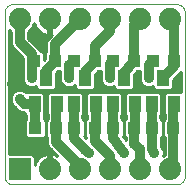
<source format=gtl>
G75*
%MOIN*%
%OFA0B0*%
%FSLAX24Y24*%
%IPPOS*%
%LPD*%
%AMOC8*
5,1,8,0,0,1.08239X$1,22.5*
%
%ADD10C,0.0010*%
%ADD11R,0.0394X0.0551*%
%ADD12R,0.0433X0.0394*%
%ADD13R,0.0740X0.0740*%
%ADD14C,0.0740*%
%ADD15C,0.0320*%
%ADD16C,0.0350*%
%ADD17C,0.0100*%
D10*
X000245Y000400D02*
X000245Y005900D01*
X000247Y005930D01*
X000252Y005960D01*
X000261Y005989D01*
X000274Y006016D01*
X000289Y006042D01*
X000308Y006066D01*
X000329Y006087D01*
X000353Y006106D01*
X000379Y006121D01*
X000406Y006134D01*
X000435Y006143D01*
X000465Y006148D01*
X000495Y006150D01*
X005995Y006150D01*
X006025Y006148D01*
X006055Y006143D01*
X006084Y006134D01*
X006111Y006121D01*
X006137Y006106D01*
X006161Y006087D01*
X006182Y006066D01*
X006201Y006042D01*
X006216Y006016D01*
X006229Y005989D01*
X006238Y005960D01*
X006243Y005930D01*
X006245Y005900D01*
X006245Y000400D01*
X006243Y000370D01*
X006238Y000340D01*
X006229Y000311D01*
X006216Y000284D01*
X006201Y000258D01*
X006182Y000234D01*
X006161Y000213D01*
X006137Y000194D01*
X006111Y000179D01*
X006084Y000166D01*
X006055Y000157D01*
X006025Y000152D01*
X005995Y000150D01*
X000495Y000150D01*
X000465Y000152D01*
X000435Y000157D01*
X000406Y000166D01*
X000379Y000179D01*
X000353Y000194D01*
X000329Y000213D01*
X000308Y000234D01*
X000289Y000258D01*
X000274Y000284D01*
X000261Y000311D01*
X000252Y000340D01*
X000247Y000370D01*
X000245Y000400D01*
D11*
X001241Y002837D03*
X001989Y002837D03*
X002541Y002837D03*
X003289Y002837D03*
X003841Y002837D03*
X004589Y002837D03*
X005141Y002837D03*
X005889Y002837D03*
X005515Y003703D03*
X004215Y003703D03*
X002915Y003703D03*
X001615Y003703D03*
D12*
X001919Y004270D03*
X002541Y004270D03*
X003249Y004270D03*
X003841Y004270D03*
X004549Y004270D03*
X005191Y004270D03*
X005899Y004270D03*
X005869Y002020D03*
X005161Y002020D03*
X004569Y002020D03*
X003861Y002020D03*
X003269Y002020D03*
X002561Y002020D03*
X001969Y002020D03*
X001261Y002020D03*
X001211Y004270D03*
D13*
X000745Y000650D03*
D14*
X001745Y000650D03*
X002745Y000650D03*
X003745Y000650D03*
X004745Y000650D03*
X005745Y000650D03*
X005745Y005650D03*
X004745Y005650D03*
X003745Y005650D03*
X002745Y005650D03*
X001745Y005650D03*
X000745Y005650D03*
D15*
X000745Y004886D01*
X001145Y004486D01*
X001145Y004204D01*
X001145Y003700D01*
X001615Y003703D02*
X001615Y003916D01*
X001919Y004270D01*
X001919Y004824D01*
X002745Y005650D01*
X003249Y004754D02*
X003745Y005250D01*
X003745Y005650D01*
X004549Y005454D02*
X004745Y005650D01*
X004549Y005454D02*
X004549Y004270D01*
X004195Y003836D01*
X004215Y003703D01*
X003745Y003700D02*
X003745Y004174D01*
X003841Y004270D01*
X003249Y004270D02*
X003249Y004754D01*
X003249Y004270D02*
X002925Y003886D01*
X002915Y003703D01*
X002385Y003700D02*
X002385Y004114D01*
X002541Y004270D01*
X001211Y004270D02*
X001145Y004204D01*
X000745Y003000D02*
X000882Y002837D01*
X001241Y002837D01*
X001261Y002817D01*
X001261Y002020D01*
X001241Y002040D01*
X001945Y001996D02*
X001945Y001570D01*
X002745Y000770D01*
X002745Y000650D01*
X003045Y001200D02*
X002955Y001270D01*
X002561Y001694D01*
X002561Y002020D01*
X002541Y002040D01*
X002541Y002837D01*
X001989Y002837D02*
X001969Y002567D01*
X001969Y002020D01*
X001945Y001996D01*
X003255Y002006D02*
X003255Y001600D01*
X003745Y001110D01*
X003745Y000650D01*
X004235Y001200D02*
X003861Y001694D01*
X003861Y002020D01*
X003841Y002040D01*
X003841Y002837D01*
X003289Y002837D02*
X003289Y002040D01*
X003269Y002020D01*
X003255Y002006D01*
X004569Y002020D02*
X004569Y001496D01*
X004745Y001320D01*
X004745Y000650D01*
X005235Y001200D02*
X005161Y001324D01*
X005161Y002020D01*
X005141Y002040D01*
X005141Y002837D01*
X004589Y002837D02*
X004589Y002040D01*
X004569Y002020D01*
X005869Y002020D02*
X005869Y000774D01*
X005745Y000650D01*
X005869Y002020D02*
X005869Y002567D01*
X005889Y002837D01*
X005515Y003703D02*
X005899Y004087D01*
X005899Y004270D01*
X005899Y005496D01*
X005745Y005650D01*
X005191Y004270D02*
X005045Y004124D01*
X005045Y003700D01*
D16*
X005045Y003700D03*
X003745Y003700D03*
X002385Y003700D03*
X001145Y003700D03*
X000505Y003480D03*
X000745Y003000D03*
X003045Y001200D03*
X004235Y001200D03*
X005235Y001200D03*
D17*
X005451Y001416D02*
X005451Y001713D01*
X005507Y001769D01*
X005507Y002271D01*
X005431Y002347D01*
X005431Y002471D01*
X005468Y002507D01*
X005468Y003166D01*
X005392Y003243D01*
X004890Y003243D01*
X004865Y003217D01*
X004840Y003243D01*
X004338Y003243D01*
X004262Y003166D01*
X004262Y002507D01*
X004299Y002471D01*
X004299Y002347D01*
X004299Y002347D01*
X004223Y002271D01*
X004223Y001769D01*
X004279Y001713D01*
X004279Y001622D01*
X004185Y001747D01*
X004207Y001769D01*
X004207Y002271D01*
X004131Y002347D01*
X004131Y002471D01*
X004168Y002507D01*
X004168Y003166D01*
X004092Y003243D01*
X003590Y003243D01*
X003565Y003217D01*
X003540Y003243D01*
X003038Y003243D01*
X002962Y003166D01*
X002962Y002507D01*
X002999Y002471D01*
X002999Y002347D01*
X002999Y002347D01*
X002923Y002271D01*
X002923Y001769D01*
X002965Y001727D01*
X002965Y001685D01*
X002897Y001759D01*
X002907Y001769D01*
X002907Y002271D01*
X002831Y002347D01*
X002831Y002471D01*
X002868Y002507D01*
X002868Y003166D01*
X002792Y003243D01*
X002290Y003243D01*
X002265Y003217D01*
X002240Y003243D01*
X001738Y003243D01*
X001662Y003166D01*
X001662Y002507D01*
X001679Y002490D01*
X001679Y002327D01*
X001623Y002271D01*
X001623Y001769D01*
X001655Y001737D01*
X001655Y001512D01*
X001699Y001406D01*
X001781Y001324D01*
X002002Y001102D01*
X001945Y001132D01*
X001867Y001157D01*
X001795Y001169D01*
X001795Y000700D01*
X001695Y000700D01*
X001695Y001169D01*
X001623Y001157D01*
X001545Y001132D01*
X001472Y001095D01*
X001406Y001047D01*
X001348Y000989D01*
X001300Y000923D01*
X001263Y000850D01*
X001245Y000794D01*
X001245Y001074D01*
X001169Y001150D01*
X000380Y001150D01*
X000380Y005308D01*
X000455Y005233D01*
X000455Y004828D01*
X000499Y004721D01*
X000855Y004366D01*
X000855Y003797D01*
X000840Y003761D01*
X000840Y003639D01*
X000886Y003527D01*
X000972Y003441D01*
X001084Y003395D01*
X001206Y003395D01*
X001288Y003429D01*
X001288Y003374D01*
X001364Y003297D01*
X001866Y003297D01*
X001942Y003374D01*
X001942Y003851D01*
X002021Y003943D01*
X002095Y003943D01*
X002095Y003797D01*
X002080Y003761D01*
X002080Y003639D01*
X002126Y003527D01*
X002212Y003441D01*
X002324Y003395D01*
X002446Y003395D01*
X002558Y003441D01*
X002588Y003472D01*
X002588Y003374D01*
X002664Y003297D01*
X003166Y003297D01*
X003242Y003374D01*
X003242Y003811D01*
X003353Y003943D01*
X003455Y003943D01*
X003455Y003797D01*
X003440Y003761D01*
X003440Y003639D01*
X003486Y003527D01*
X003572Y003441D01*
X003684Y003395D01*
X003806Y003395D01*
X003888Y003429D01*
X003888Y003374D01*
X003964Y003297D01*
X004466Y003297D01*
X004542Y003374D01*
X004542Y003802D01*
X004657Y003943D01*
X004755Y003943D01*
X004755Y003797D01*
X004740Y003761D01*
X004740Y003639D01*
X004786Y003527D01*
X004872Y003441D01*
X004984Y003395D01*
X005106Y003395D01*
X005188Y003429D01*
X005188Y003374D01*
X005264Y003297D01*
X005766Y003297D01*
X005842Y003374D01*
X005842Y003620D01*
X006064Y003842D01*
X006110Y003888D01*
X006110Y003243D01*
X005638Y003243D01*
X005562Y003166D01*
X005562Y002507D01*
X005579Y002490D01*
X005579Y002327D01*
X005523Y002271D01*
X005523Y001769D01*
X005579Y001713D01*
X005579Y001123D01*
X005523Y001099D01*
X005540Y001139D01*
X005540Y001261D01*
X005494Y001373D01*
X005451Y001416D01*
X005451Y001431D02*
X005579Y001431D01*
X005579Y001332D02*
X005510Y001332D01*
X005540Y001234D02*
X005579Y001234D01*
X005579Y001135D02*
X005538Y001135D01*
X005579Y001529D02*
X005451Y001529D01*
X005451Y001628D02*
X005579Y001628D01*
X005566Y001726D02*
X005464Y001726D01*
X005507Y001825D02*
X005523Y001825D01*
X005523Y001923D02*
X005507Y001923D01*
X005507Y002022D02*
X005523Y002022D01*
X005523Y002120D02*
X005507Y002120D01*
X005507Y002219D02*
X005523Y002219D01*
X005569Y002317D02*
X005461Y002317D01*
X005431Y002347D02*
X005431Y002347D01*
X005431Y002416D02*
X005579Y002416D01*
X005562Y002514D02*
X005468Y002514D01*
X005468Y002613D02*
X005562Y002613D01*
X005562Y002711D02*
X005468Y002711D01*
X005468Y002810D02*
X005562Y002810D01*
X005562Y002908D02*
X005468Y002908D01*
X005468Y003007D02*
X005562Y003007D01*
X005562Y003105D02*
X005468Y003105D01*
X005431Y003204D02*
X005599Y003204D01*
X005770Y003302D02*
X006110Y003302D01*
X006110Y003401D02*
X005842Y003401D01*
X005842Y003499D02*
X006110Y003499D01*
X006110Y003598D02*
X005842Y003598D01*
X005918Y003696D02*
X006110Y003696D01*
X006110Y003795D02*
X006017Y003795D01*
X005260Y003302D02*
X004470Y003302D01*
X004542Y003401D02*
X004971Y003401D01*
X005119Y003401D02*
X005188Y003401D01*
X004815Y003499D02*
X004542Y003499D01*
X004542Y003598D02*
X004757Y003598D01*
X004740Y003696D02*
X004542Y003696D01*
X004542Y003795D02*
X004754Y003795D01*
X004755Y003893D02*
X004616Y003893D01*
X003960Y003302D02*
X003170Y003302D01*
X003242Y003401D02*
X003671Y003401D01*
X003515Y003499D02*
X003242Y003499D01*
X003242Y003598D02*
X003457Y003598D01*
X003440Y003696D02*
X003242Y003696D01*
X003242Y003795D02*
X003454Y003795D01*
X003455Y003893D02*
X003311Y003893D01*
X003819Y003401D02*
X003888Y003401D01*
X004131Y003204D02*
X004299Y003204D01*
X004262Y003105D02*
X004168Y003105D01*
X004168Y003007D02*
X004262Y003007D01*
X004262Y002908D02*
X004168Y002908D01*
X004168Y002810D02*
X004262Y002810D01*
X004262Y002711D02*
X004168Y002711D01*
X004168Y002613D02*
X004262Y002613D01*
X004262Y002514D02*
X004168Y002514D01*
X004131Y002416D02*
X004299Y002416D01*
X004269Y002317D02*
X004161Y002317D01*
X004131Y002347D02*
X004131Y002347D01*
X004207Y002219D02*
X004223Y002219D01*
X004223Y002120D02*
X004207Y002120D01*
X004207Y002022D02*
X004223Y002022D01*
X004223Y001923D02*
X004207Y001923D01*
X004207Y001825D02*
X004223Y001825D01*
X004200Y001726D02*
X004266Y001726D01*
X004275Y001628D02*
X004279Y001628D01*
X002965Y001726D02*
X002927Y001726D01*
X002923Y001825D02*
X002907Y001825D01*
X002907Y001923D02*
X002923Y001923D01*
X002923Y002022D02*
X002907Y002022D01*
X002907Y002120D02*
X002923Y002120D01*
X002923Y002219D02*
X002907Y002219D01*
X002861Y002317D02*
X002969Y002317D01*
X002999Y002416D02*
X002831Y002416D01*
X002831Y002347D02*
X002831Y002347D01*
X002868Y002514D02*
X002962Y002514D01*
X002962Y002613D02*
X002868Y002613D01*
X002868Y002711D02*
X002962Y002711D01*
X002962Y002810D02*
X002868Y002810D01*
X002868Y002908D02*
X002962Y002908D01*
X002962Y003007D02*
X002868Y003007D01*
X002868Y003105D02*
X002962Y003105D01*
X002999Y003204D02*
X002831Y003204D01*
X002660Y003302D02*
X001870Y003302D01*
X001942Y003401D02*
X002311Y003401D01*
X002155Y003499D02*
X001942Y003499D01*
X001942Y003598D02*
X002097Y003598D01*
X002080Y003696D02*
X001942Y003696D01*
X001942Y003795D02*
X002094Y003795D01*
X002095Y003893D02*
X001978Y003893D01*
X001557Y004293D02*
X001557Y004521D01*
X001481Y004597D01*
X001413Y004597D01*
X001391Y004650D01*
X001309Y004732D01*
X001035Y005006D01*
X001035Y005233D01*
X001169Y005367D01*
X001237Y005532D01*
X001238Y005528D01*
X001263Y005450D01*
X001300Y005377D01*
X001348Y005311D01*
X001406Y005253D01*
X001472Y005205D01*
X001545Y005168D01*
X001623Y005143D01*
X001695Y005131D01*
X001695Y005600D01*
X001795Y005600D01*
X001795Y005131D01*
X001820Y005135D01*
X001755Y005070D01*
X001673Y004989D01*
X001629Y004882D01*
X001629Y004577D01*
X001573Y004521D01*
X001573Y004312D01*
X001557Y004293D01*
X001557Y004386D02*
X001573Y004386D01*
X001573Y004484D02*
X001557Y004484D01*
X001495Y004583D02*
X001629Y004583D01*
X001629Y004681D02*
X001360Y004681D01*
X001261Y004780D02*
X001629Y004780D01*
X001629Y004878D02*
X001163Y004878D01*
X001064Y004977D02*
X001668Y004977D01*
X001760Y005075D02*
X001035Y005075D01*
X001035Y005174D02*
X001535Y005174D01*
X001388Y005272D02*
X001074Y005272D01*
X001170Y005371D02*
X001305Y005371D01*
X001257Y005469D02*
X001211Y005469D01*
X001695Y005469D02*
X001795Y005469D01*
X001795Y005371D02*
X001695Y005371D01*
X001695Y005272D02*
X001795Y005272D01*
X001795Y005174D02*
X001695Y005174D01*
X001695Y005568D02*
X001795Y005568D01*
X000737Y004484D02*
X000380Y004484D01*
X000380Y004583D02*
X000638Y004583D01*
X000540Y004681D02*
X000380Y004681D01*
X000380Y004780D02*
X000475Y004780D01*
X000455Y004878D02*
X000380Y004878D01*
X000380Y004977D02*
X000455Y004977D01*
X000455Y005075D02*
X000380Y005075D01*
X000380Y005174D02*
X000455Y005174D01*
X000416Y005272D02*
X000380Y005272D01*
X000380Y004386D02*
X000835Y004386D01*
X000855Y004287D02*
X000380Y004287D01*
X000380Y004189D02*
X000855Y004189D01*
X000855Y004090D02*
X000380Y004090D01*
X000380Y003992D02*
X000855Y003992D01*
X000855Y003893D02*
X000380Y003893D01*
X000380Y003795D02*
X000854Y003795D01*
X000840Y003696D02*
X000380Y003696D01*
X000380Y003598D02*
X000857Y003598D01*
X000915Y003499D02*
X000380Y003499D01*
X000380Y003401D02*
X001071Y003401D01*
X001219Y003401D02*
X001288Y003401D01*
X001360Y003302D02*
X000813Y003302D01*
X000806Y003305D02*
X000684Y003305D01*
X000572Y003259D01*
X000486Y003173D01*
X000440Y003061D01*
X000440Y002939D01*
X000486Y002827D01*
X000572Y002741D01*
X000589Y002734D01*
X000631Y002685D01*
X000636Y002673D01*
X000668Y002641D01*
X000697Y002606D01*
X000708Y002600D01*
X000718Y002591D01*
X000759Y002574D01*
X000799Y002553D01*
X000812Y002552D01*
X000824Y002547D01*
X000869Y002547D01*
X000914Y002543D01*
X000914Y002507D01*
X000971Y002451D01*
X000971Y002327D01*
X000914Y002271D01*
X000914Y001769D01*
X000990Y001693D01*
X001531Y001693D01*
X001607Y001769D01*
X001607Y002271D01*
X001551Y002327D01*
X001551Y002490D01*
X001568Y002507D01*
X001568Y003166D01*
X001492Y003243D01*
X000990Y003243D01*
X000962Y003214D01*
X000918Y003259D01*
X000806Y003305D01*
X000677Y003302D02*
X000380Y003302D01*
X000380Y003204D02*
X000517Y003204D01*
X000458Y003105D02*
X000380Y003105D01*
X000380Y003007D02*
X000440Y003007D01*
X000453Y002908D02*
X000380Y002908D01*
X000380Y002810D02*
X000504Y002810D01*
X000609Y002711D02*
X000380Y002711D01*
X000380Y002613D02*
X000692Y002613D01*
X000914Y002514D02*
X000380Y002514D01*
X000380Y002416D02*
X000971Y002416D01*
X000960Y002317D02*
X000380Y002317D01*
X000380Y002219D02*
X000914Y002219D01*
X000914Y002120D02*
X000380Y002120D01*
X000380Y002022D02*
X000914Y002022D01*
X000914Y001923D02*
X000380Y001923D01*
X000380Y001825D02*
X000914Y001825D01*
X000957Y001726D02*
X000380Y001726D01*
X000380Y001628D02*
X001655Y001628D01*
X001655Y001529D02*
X000380Y001529D01*
X000380Y001431D02*
X001689Y001431D01*
X001773Y001332D02*
X000380Y001332D01*
X000380Y001234D02*
X001871Y001234D01*
X001935Y001135D02*
X001970Y001135D01*
X001795Y001135D02*
X001695Y001135D01*
X001695Y001037D02*
X001795Y001037D01*
X001795Y000938D02*
X001695Y000938D01*
X001695Y000840D02*
X001795Y000840D01*
X001795Y000741D02*
X001695Y000741D01*
X001396Y001037D02*
X001245Y001037D01*
X001245Y000938D02*
X001311Y000938D01*
X001260Y000840D02*
X001245Y000840D01*
X001184Y001135D02*
X001555Y001135D01*
X001564Y001726D02*
X001655Y001726D01*
X001623Y001825D02*
X001607Y001825D01*
X001607Y001923D02*
X001623Y001923D01*
X001623Y002022D02*
X001607Y002022D01*
X001607Y002120D02*
X001623Y002120D01*
X001623Y002219D02*
X001607Y002219D01*
X001561Y002317D02*
X001669Y002317D01*
X001679Y002416D02*
X001551Y002416D01*
X001568Y002514D02*
X001662Y002514D01*
X001662Y002613D02*
X001568Y002613D01*
X001568Y002711D02*
X001662Y002711D01*
X001662Y002810D02*
X001568Y002810D01*
X001568Y002908D02*
X001662Y002908D01*
X001662Y003007D02*
X001568Y003007D01*
X001568Y003105D02*
X001662Y003105D01*
X001699Y003204D02*
X001531Y003204D01*
X002459Y003401D02*
X002588Y003401D01*
M02*

</source>
